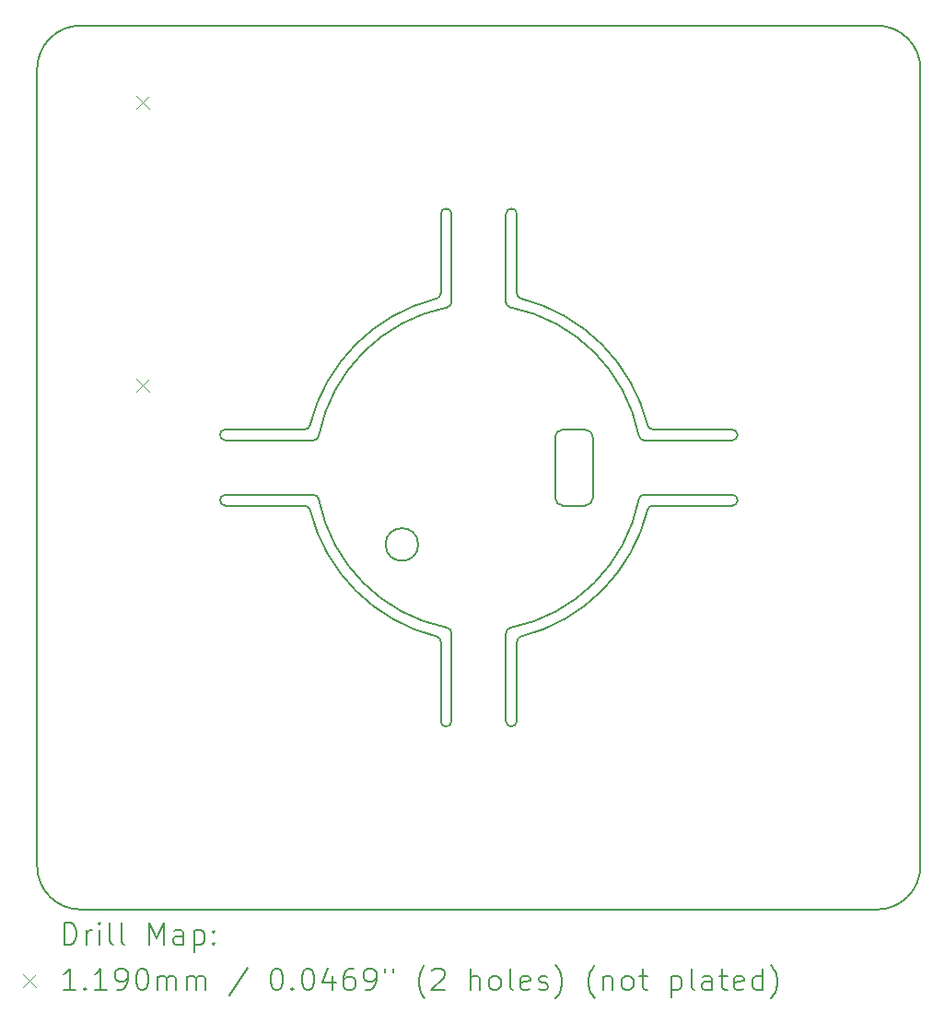
<source format=gbr>
%TF.GenerationSoftware,KiCad,Pcbnew,8.0.4*%
%TF.CreationDate,2024-09-02T15:53:17+01:00*%
%TF.ProjectId,algoritmi_foc,616c676f-7269-4746-9d69-5f666f632e6b,Andr_s Motta*%
%TF.SameCoordinates,Original*%
%TF.FileFunction,Drillmap*%
%TF.FilePolarity,Positive*%
%FSLAX45Y45*%
G04 Gerber Fmt 4.5, Leading zero omitted, Abs format (unit mm)*
G04 Created by KiCad (PCBNEW 8.0.4) date 2024-09-02 15:53:17*
%MOMM*%
%LPD*%
G01*
G04 APERTURE LIST*
%ADD10C,0.200000*%
%ADD11C,0.119000*%
G04 APERTURE END LIST*
D10*
X11311659Y-5419413D02*
G75*
G02*
X11263149Y-5381535I1J50003D01*
G01*
X10060878Y-8098433D02*
G75*
G02*
X9960878Y-8098433I-50000J0D01*
G01*
X9960878Y-3440393D02*
X9960878Y-4248723D01*
X10098756Y-4217141D02*
G75*
G02*
X10060875Y-4168632I12134J48521D01*
G01*
X6050878Y-1709413D02*
X13370878Y-1709413D01*
X12039897Y-6019413D02*
G75*
G02*
X12039897Y-6119407I3J-49997D01*
G01*
X9460878Y-4248723D02*
X9460878Y-3440393D01*
X8239242Y-5479091D02*
G75*
G02*
X9420555Y-4297778I1471635J-290322D01*
G01*
X10060878Y-7370194D02*
G75*
G02*
X10098755Y-7321682I50013J-6D01*
G01*
X8190187Y-6019413D02*
X7381858Y-6019413D01*
X9153771Y-6476520D02*
G75*
G02*
X8853771Y-6476520I-150000J0D01*
G01*
X8853771Y-6476520D02*
G75*
G02*
X9153771Y-6476520I150000J0D01*
G01*
X7381858Y-6119413D02*
G75*
G02*
X7381858Y-6019407I2J50003D01*
G01*
X8190187Y-6019413D02*
G75*
G02*
X8239234Y-6059737I3J-49987D01*
G01*
X9360878Y-3440393D02*
G75*
G02*
X9460878Y-3440393I50000J0D01*
G01*
X9420555Y-7241049D02*
G75*
G02*
X9460884Y-7290104I-9665J-49051D01*
G01*
X11182514Y-6059736D02*
G75*
G02*
X10001200Y-7241050I-1471637J290323D01*
G01*
X10760878Y-6044413D02*
G75*
G02*
X10685878Y-6119417I-74998J-7D01*
G01*
X10760878Y-6044413D02*
X10760878Y-5494413D01*
X8158605Y-5381535D02*
G75*
G02*
X9322999Y-4217141I1552272J-387878D01*
G01*
X10098756Y-4217141D02*
G75*
G02*
X11263149Y-5381535I-387876J-1552269D01*
G01*
X11263150Y-6157292D02*
G75*
G02*
X10098756Y-7321686I-1552272J387878D01*
G01*
X8239241Y-5479091D02*
G75*
G02*
X8190187Y-5519408I-49051J9681D01*
G01*
X9420555Y-7241049D02*
G75*
G02*
X8239241Y-6059736I290321J1471635D01*
G01*
X11231568Y-5519414D02*
G75*
G02*
X11182513Y-5479091I2J50004D01*
G01*
X9248878Y-9829413D02*
X6050878Y-9829413D01*
X9460878Y-4248723D02*
G75*
G02*
X9420556Y-4297783I-49998J-7D01*
G01*
X11263150Y-6157292D02*
G75*
G02*
X11311659Y-6119417I48510J-12128D01*
G01*
X10060878Y-4168632D02*
X10060878Y-3440393D01*
X5650878Y-2109413D02*
G75*
G02*
X6050878Y-1709414I399999J0D01*
G01*
X11182514Y-6059736D02*
G75*
G02*
X11231568Y-6019417I49056J-9684D01*
G01*
X11311659Y-6119413D02*
X12039897Y-6119413D01*
X9460878Y-8098433D02*
X9460878Y-7290104D01*
X9322999Y-7321686D02*
G75*
G02*
X9360883Y-7370194I-12109J-48504D01*
G01*
X12039897Y-6019413D02*
X11231568Y-6019413D01*
X8158605Y-5381535D02*
G75*
G02*
X8110097Y-5419407I-48505J12125D01*
G01*
X9460878Y-8098433D02*
G75*
G02*
X9360878Y-8098433I-50000J0D01*
G01*
X10485878Y-6119413D02*
G75*
G02*
X10410877Y-6044413I3J75003D01*
G01*
X10060878Y-8098433D02*
X10060878Y-7370194D01*
X13770878Y-2109413D02*
X13770878Y-9429413D01*
X9960878Y-3440393D02*
G75*
G02*
X10060878Y-3440393I50000J0D01*
G01*
X8110097Y-5419413D02*
X7381858Y-5419413D01*
X10001200Y-4297777D02*
G75*
G02*
X11182513Y-5479091I-290324J-1471637D01*
G01*
X11231568Y-5519413D02*
X12039897Y-5519413D01*
X9360878Y-3440393D02*
X9360878Y-4168632D01*
X13770878Y-9429413D02*
G75*
G02*
X13370878Y-9829418I-399998J-7D01*
G01*
X9322999Y-7321686D02*
G75*
G02*
X8158604Y-6157292I387881J1552276D01*
G01*
X9360878Y-4168632D02*
G75*
G02*
X9323000Y-4217146I-49998J-8D01*
G01*
X7381858Y-6119413D02*
X8110097Y-6119413D01*
X10685878Y-5419413D02*
X10485878Y-5419413D01*
X9960877Y-7290104D02*
G75*
G02*
X10001201Y-7241053I50003J-6D01*
G01*
X12039897Y-5419413D02*
G75*
G02*
X12039897Y-5519407I3J-49997D01*
G01*
X13370878Y-9829413D02*
X9248878Y-9829413D01*
X8110097Y-6119413D02*
G75*
G02*
X8158606Y-6157292I3J-49997D01*
G01*
X7381858Y-5519413D02*
X8190187Y-5519413D01*
X5650878Y-9429413D02*
X5650878Y-2109413D01*
X10685878Y-5419413D02*
G75*
G02*
X10760877Y-5494413I3J-74997D01*
G01*
X10485878Y-6119413D02*
X10685878Y-6119413D01*
X10001200Y-4297777D02*
G75*
G02*
X9960885Y-4248723I9690J49057D01*
G01*
X6050878Y-9829413D02*
G75*
G02*
X5650877Y-9429413I2J400003D01*
G01*
X9960878Y-7290104D02*
X9960878Y-8098433D01*
X9360878Y-7370194D02*
X9360878Y-8098433D01*
X10410878Y-5494413D02*
G75*
G02*
X10485878Y-5419418I75003J-7D01*
G01*
X13370878Y-1709413D02*
G75*
G02*
X13770877Y-2109413I2J-399997D01*
G01*
X10410878Y-5494413D02*
X10410878Y-6044413D01*
X12039897Y-5419413D02*
X11311659Y-5419413D01*
X7381858Y-5519413D02*
G75*
G02*
X7381858Y-5419407I2J50003D01*
G01*
D11*
X6563720Y-2351756D02*
X6682720Y-2470756D01*
X6682720Y-2351756D02*
X6563720Y-2470756D01*
X6563720Y-4951756D02*
X6682720Y-5070756D01*
X6682720Y-4951756D02*
X6563720Y-5070756D01*
D10*
X5901654Y-10150901D02*
X5901654Y-9950901D01*
X5901654Y-9950901D02*
X5949273Y-9950901D01*
X5949273Y-9950901D02*
X5977845Y-9960425D01*
X5977845Y-9960425D02*
X5996893Y-9979473D01*
X5996893Y-9979473D02*
X6006416Y-9998520D01*
X6006416Y-9998520D02*
X6015940Y-10036616D01*
X6015940Y-10036616D02*
X6015940Y-10065187D01*
X6015940Y-10065187D02*
X6006416Y-10103282D01*
X6006416Y-10103282D02*
X5996893Y-10122330D01*
X5996893Y-10122330D02*
X5977845Y-10141378D01*
X5977845Y-10141378D02*
X5949273Y-10150901D01*
X5949273Y-10150901D02*
X5901654Y-10150901D01*
X6101654Y-10150901D02*
X6101654Y-10017568D01*
X6101654Y-10055663D02*
X6111178Y-10036616D01*
X6111178Y-10036616D02*
X6120702Y-10027092D01*
X6120702Y-10027092D02*
X6139750Y-10017568D01*
X6139750Y-10017568D02*
X6158797Y-10017568D01*
X6225464Y-10150901D02*
X6225464Y-10017568D01*
X6225464Y-9950901D02*
X6215940Y-9960425D01*
X6215940Y-9960425D02*
X6225464Y-9969949D01*
X6225464Y-9969949D02*
X6234988Y-9960425D01*
X6234988Y-9960425D02*
X6225464Y-9950901D01*
X6225464Y-9950901D02*
X6225464Y-9969949D01*
X6349273Y-10150901D02*
X6330226Y-10141378D01*
X6330226Y-10141378D02*
X6320702Y-10122330D01*
X6320702Y-10122330D02*
X6320702Y-9950901D01*
X6454035Y-10150901D02*
X6434988Y-10141378D01*
X6434988Y-10141378D02*
X6425464Y-10122330D01*
X6425464Y-10122330D02*
X6425464Y-9950901D01*
X6682607Y-10150901D02*
X6682607Y-9950901D01*
X6682607Y-9950901D02*
X6749274Y-10093759D01*
X6749274Y-10093759D02*
X6815940Y-9950901D01*
X6815940Y-9950901D02*
X6815940Y-10150901D01*
X6996893Y-10150901D02*
X6996893Y-10046140D01*
X6996893Y-10046140D02*
X6987369Y-10027092D01*
X6987369Y-10027092D02*
X6968321Y-10017568D01*
X6968321Y-10017568D02*
X6930226Y-10017568D01*
X6930226Y-10017568D02*
X6911178Y-10027092D01*
X6996893Y-10141378D02*
X6977845Y-10150901D01*
X6977845Y-10150901D02*
X6930226Y-10150901D01*
X6930226Y-10150901D02*
X6911178Y-10141378D01*
X6911178Y-10141378D02*
X6901654Y-10122330D01*
X6901654Y-10122330D02*
X6901654Y-10103282D01*
X6901654Y-10103282D02*
X6911178Y-10084235D01*
X6911178Y-10084235D02*
X6930226Y-10074711D01*
X6930226Y-10074711D02*
X6977845Y-10074711D01*
X6977845Y-10074711D02*
X6996893Y-10065187D01*
X7092131Y-10017568D02*
X7092131Y-10217568D01*
X7092131Y-10027092D02*
X7111178Y-10017568D01*
X7111178Y-10017568D02*
X7149274Y-10017568D01*
X7149274Y-10017568D02*
X7168321Y-10027092D01*
X7168321Y-10027092D02*
X7177845Y-10036616D01*
X7177845Y-10036616D02*
X7187369Y-10055663D01*
X7187369Y-10055663D02*
X7187369Y-10112806D01*
X7187369Y-10112806D02*
X7177845Y-10131854D01*
X7177845Y-10131854D02*
X7168321Y-10141378D01*
X7168321Y-10141378D02*
X7149274Y-10150901D01*
X7149274Y-10150901D02*
X7111178Y-10150901D01*
X7111178Y-10150901D02*
X7092131Y-10141378D01*
X7273083Y-10131854D02*
X7282607Y-10141378D01*
X7282607Y-10141378D02*
X7273083Y-10150901D01*
X7273083Y-10150901D02*
X7263559Y-10141378D01*
X7263559Y-10141378D02*
X7273083Y-10131854D01*
X7273083Y-10131854D02*
X7273083Y-10150901D01*
X7273083Y-10027092D02*
X7282607Y-10036616D01*
X7282607Y-10036616D02*
X7273083Y-10046140D01*
X7273083Y-10046140D02*
X7263559Y-10036616D01*
X7263559Y-10036616D02*
X7273083Y-10027092D01*
X7273083Y-10027092D02*
X7273083Y-10046140D01*
D11*
X5521878Y-10419918D02*
X5640878Y-10538918D01*
X5640878Y-10419918D02*
X5521878Y-10538918D01*
D10*
X6006416Y-10570901D02*
X5892131Y-10570901D01*
X5949273Y-10570901D02*
X5949273Y-10370901D01*
X5949273Y-10370901D02*
X5930226Y-10399473D01*
X5930226Y-10399473D02*
X5911178Y-10418520D01*
X5911178Y-10418520D02*
X5892131Y-10428044D01*
X6092131Y-10551854D02*
X6101654Y-10561378D01*
X6101654Y-10561378D02*
X6092131Y-10570901D01*
X6092131Y-10570901D02*
X6082607Y-10561378D01*
X6082607Y-10561378D02*
X6092131Y-10551854D01*
X6092131Y-10551854D02*
X6092131Y-10570901D01*
X6292131Y-10570901D02*
X6177845Y-10570901D01*
X6234988Y-10570901D02*
X6234988Y-10370901D01*
X6234988Y-10370901D02*
X6215940Y-10399473D01*
X6215940Y-10399473D02*
X6196893Y-10418520D01*
X6196893Y-10418520D02*
X6177845Y-10428044D01*
X6387369Y-10570901D02*
X6425464Y-10570901D01*
X6425464Y-10570901D02*
X6444512Y-10561378D01*
X6444512Y-10561378D02*
X6454035Y-10551854D01*
X6454035Y-10551854D02*
X6473083Y-10523282D01*
X6473083Y-10523282D02*
X6482607Y-10485187D01*
X6482607Y-10485187D02*
X6482607Y-10408997D01*
X6482607Y-10408997D02*
X6473083Y-10389949D01*
X6473083Y-10389949D02*
X6463559Y-10380425D01*
X6463559Y-10380425D02*
X6444512Y-10370901D01*
X6444512Y-10370901D02*
X6406416Y-10370901D01*
X6406416Y-10370901D02*
X6387369Y-10380425D01*
X6387369Y-10380425D02*
X6377845Y-10389949D01*
X6377845Y-10389949D02*
X6368321Y-10408997D01*
X6368321Y-10408997D02*
X6368321Y-10456616D01*
X6368321Y-10456616D02*
X6377845Y-10475663D01*
X6377845Y-10475663D02*
X6387369Y-10485187D01*
X6387369Y-10485187D02*
X6406416Y-10494711D01*
X6406416Y-10494711D02*
X6444512Y-10494711D01*
X6444512Y-10494711D02*
X6463559Y-10485187D01*
X6463559Y-10485187D02*
X6473083Y-10475663D01*
X6473083Y-10475663D02*
X6482607Y-10456616D01*
X6606416Y-10370901D02*
X6625464Y-10370901D01*
X6625464Y-10370901D02*
X6644512Y-10380425D01*
X6644512Y-10380425D02*
X6654035Y-10389949D01*
X6654035Y-10389949D02*
X6663559Y-10408997D01*
X6663559Y-10408997D02*
X6673083Y-10447092D01*
X6673083Y-10447092D02*
X6673083Y-10494711D01*
X6673083Y-10494711D02*
X6663559Y-10532806D01*
X6663559Y-10532806D02*
X6654035Y-10551854D01*
X6654035Y-10551854D02*
X6644512Y-10561378D01*
X6644512Y-10561378D02*
X6625464Y-10570901D01*
X6625464Y-10570901D02*
X6606416Y-10570901D01*
X6606416Y-10570901D02*
X6587369Y-10561378D01*
X6587369Y-10561378D02*
X6577845Y-10551854D01*
X6577845Y-10551854D02*
X6568321Y-10532806D01*
X6568321Y-10532806D02*
X6558797Y-10494711D01*
X6558797Y-10494711D02*
X6558797Y-10447092D01*
X6558797Y-10447092D02*
X6568321Y-10408997D01*
X6568321Y-10408997D02*
X6577845Y-10389949D01*
X6577845Y-10389949D02*
X6587369Y-10380425D01*
X6587369Y-10380425D02*
X6606416Y-10370901D01*
X6758797Y-10570901D02*
X6758797Y-10437568D01*
X6758797Y-10456616D02*
X6768321Y-10447092D01*
X6768321Y-10447092D02*
X6787369Y-10437568D01*
X6787369Y-10437568D02*
X6815940Y-10437568D01*
X6815940Y-10437568D02*
X6834988Y-10447092D01*
X6834988Y-10447092D02*
X6844512Y-10466140D01*
X6844512Y-10466140D02*
X6844512Y-10570901D01*
X6844512Y-10466140D02*
X6854035Y-10447092D01*
X6854035Y-10447092D02*
X6873083Y-10437568D01*
X6873083Y-10437568D02*
X6901654Y-10437568D01*
X6901654Y-10437568D02*
X6920702Y-10447092D01*
X6920702Y-10447092D02*
X6930226Y-10466140D01*
X6930226Y-10466140D02*
X6930226Y-10570901D01*
X7025464Y-10570901D02*
X7025464Y-10437568D01*
X7025464Y-10456616D02*
X7034988Y-10447092D01*
X7034988Y-10447092D02*
X7054035Y-10437568D01*
X7054035Y-10437568D02*
X7082607Y-10437568D01*
X7082607Y-10437568D02*
X7101655Y-10447092D01*
X7101655Y-10447092D02*
X7111178Y-10466140D01*
X7111178Y-10466140D02*
X7111178Y-10570901D01*
X7111178Y-10466140D02*
X7120702Y-10447092D01*
X7120702Y-10447092D02*
X7139750Y-10437568D01*
X7139750Y-10437568D02*
X7168321Y-10437568D01*
X7168321Y-10437568D02*
X7187369Y-10447092D01*
X7187369Y-10447092D02*
X7196893Y-10466140D01*
X7196893Y-10466140D02*
X7196893Y-10570901D01*
X7587369Y-10361378D02*
X7415940Y-10618520D01*
X7844512Y-10370901D02*
X7863559Y-10370901D01*
X7863559Y-10370901D02*
X7882607Y-10380425D01*
X7882607Y-10380425D02*
X7892131Y-10389949D01*
X7892131Y-10389949D02*
X7901655Y-10408997D01*
X7901655Y-10408997D02*
X7911178Y-10447092D01*
X7911178Y-10447092D02*
X7911178Y-10494711D01*
X7911178Y-10494711D02*
X7901655Y-10532806D01*
X7901655Y-10532806D02*
X7892131Y-10551854D01*
X7892131Y-10551854D02*
X7882607Y-10561378D01*
X7882607Y-10561378D02*
X7863559Y-10570901D01*
X7863559Y-10570901D02*
X7844512Y-10570901D01*
X7844512Y-10570901D02*
X7825464Y-10561378D01*
X7825464Y-10561378D02*
X7815940Y-10551854D01*
X7815940Y-10551854D02*
X7806417Y-10532806D01*
X7806417Y-10532806D02*
X7796893Y-10494711D01*
X7796893Y-10494711D02*
X7796893Y-10447092D01*
X7796893Y-10447092D02*
X7806417Y-10408997D01*
X7806417Y-10408997D02*
X7815940Y-10389949D01*
X7815940Y-10389949D02*
X7825464Y-10380425D01*
X7825464Y-10380425D02*
X7844512Y-10370901D01*
X7996893Y-10551854D02*
X8006417Y-10561378D01*
X8006417Y-10561378D02*
X7996893Y-10570901D01*
X7996893Y-10570901D02*
X7987369Y-10561378D01*
X7987369Y-10561378D02*
X7996893Y-10551854D01*
X7996893Y-10551854D02*
X7996893Y-10570901D01*
X8130226Y-10370901D02*
X8149274Y-10370901D01*
X8149274Y-10370901D02*
X8168321Y-10380425D01*
X8168321Y-10380425D02*
X8177845Y-10389949D01*
X8177845Y-10389949D02*
X8187369Y-10408997D01*
X8187369Y-10408997D02*
X8196893Y-10447092D01*
X8196893Y-10447092D02*
X8196893Y-10494711D01*
X8196893Y-10494711D02*
X8187369Y-10532806D01*
X8187369Y-10532806D02*
X8177845Y-10551854D01*
X8177845Y-10551854D02*
X8168321Y-10561378D01*
X8168321Y-10561378D02*
X8149274Y-10570901D01*
X8149274Y-10570901D02*
X8130226Y-10570901D01*
X8130226Y-10570901D02*
X8111178Y-10561378D01*
X8111178Y-10561378D02*
X8101655Y-10551854D01*
X8101655Y-10551854D02*
X8092131Y-10532806D01*
X8092131Y-10532806D02*
X8082607Y-10494711D01*
X8082607Y-10494711D02*
X8082607Y-10447092D01*
X8082607Y-10447092D02*
X8092131Y-10408997D01*
X8092131Y-10408997D02*
X8101655Y-10389949D01*
X8101655Y-10389949D02*
X8111178Y-10380425D01*
X8111178Y-10380425D02*
X8130226Y-10370901D01*
X8368321Y-10437568D02*
X8368321Y-10570901D01*
X8320702Y-10361378D02*
X8273083Y-10504235D01*
X8273083Y-10504235D02*
X8396893Y-10504235D01*
X8558798Y-10370901D02*
X8520702Y-10370901D01*
X8520702Y-10370901D02*
X8501655Y-10380425D01*
X8501655Y-10380425D02*
X8492131Y-10389949D01*
X8492131Y-10389949D02*
X8473083Y-10418520D01*
X8473083Y-10418520D02*
X8463560Y-10456616D01*
X8463560Y-10456616D02*
X8463560Y-10532806D01*
X8463560Y-10532806D02*
X8473083Y-10551854D01*
X8473083Y-10551854D02*
X8482607Y-10561378D01*
X8482607Y-10561378D02*
X8501655Y-10570901D01*
X8501655Y-10570901D02*
X8539750Y-10570901D01*
X8539750Y-10570901D02*
X8558798Y-10561378D01*
X8558798Y-10561378D02*
X8568321Y-10551854D01*
X8568321Y-10551854D02*
X8577845Y-10532806D01*
X8577845Y-10532806D02*
X8577845Y-10485187D01*
X8577845Y-10485187D02*
X8568321Y-10466140D01*
X8568321Y-10466140D02*
X8558798Y-10456616D01*
X8558798Y-10456616D02*
X8539750Y-10447092D01*
X8539750Y-10447092D02*
X8501655Y-10447092D01*
X8501655Y-10447092D02*
X8482607Y-10456616D01*
X8482607Y-10456616D02*
X8473083Y-10466140D01*
X8473083Y-10466140D02*
X8463560Y-10485187D01*
X8673083Y-10570901D02*
X8711179Y-10570901D01*
X8711179Y-10570901D02*
X8730226Y-10561378D01*
X8730226Y-10561378D02*
X8739750Y-10551854D01*
X8739750Y-10551854D02*
X8758798Y-10523282D01*
X8758798Y-10523282D02*
X8768321Y-10485187D01*
X8768321Y-10485187D02*
X8768321Y-10408997D01*
X8768321Y-10408997D02*
X8758798Y-10389949D01*
X8758798Y-10389949D02*
X8749274Y-10380425D01*
X8749274Y-10380425D02*
X8730226Y-10370901D01*
X8730226Y-10370901D02*
X8692131Y-10370901D01*
X8692131Y-10370901D02*
X8673083Y-10380425D01*
X8673083Y-10380425D02*
X8663560Y-10389949D01*
X8663560Y-10389949D02*
X8654036Y-10408997D01*
X8654036Y-10408997D02*
X8654036Y-10456616D01*
X8654036Y-10456616D02*
X8663560Y-10475663D01*
X8663560Y-10475663D02*
X8673083Y-10485187D01*
X8673083Y-10485187D02*
X8692131Y-10494711D01*
X8692131Y-10494711D02*
X8730226Y-10494711D01*
X8730226Y-10494711D02*
X8749274Y-10485187D01*
X8749274Y-10485187D02*
X8758798Y-10475663D01*
X8758798Y-10475663D02*
X8768321Y-10456616D01*
X8844512Y-10370901D02*
X8844512Y-10408997D01*
X8920702Y-10370901D02*
X8920702Y-10408997D01*
X9215941Y-10647092D02*
X9206417Y-10637568D01*
X9206417Y-10637568D02*
X9187369Y-10608997D01*
X9187369Y-10608997D02*
X9177845Y-10589949D01*
X9177845Y-10589949D02*
X9168322Y-10561378D01*
X9168322Y-10561378D02*
X9158798Y-10513759D01*
X9158798Y-10513759D02*
X9158798Y-10475663D01*
X9158798Y-10475663D02*
X9168322Y-10428044D01*
X9168322Y-10428044D02*
X9177845Y-10399473D01*
X9177845Y-10399473D02*
X9187369Y-10380425D01*
X9187369Y-10380425D02*
X9206417Y-10351854D01*
X9206417Y-10351854D02*
X9215941Y-10342330D01*
X9282607Y-10389949D02*
X9292131Y-10380425D01*
X9292131Y-10380425D02*
X9311179Y-10370901D01*
X9311179Y-10370901D02*
X9358798Y-10370901D01*
X9358798Y-10370901D02*
X9377845Y-10380425D01*
X9377845Y-10380425D02*
X9387369Y-10389949D01*
X9387369Y-10389949D02*
X9396893Y-10408997D01*
X9396893Y-10408997D02*
X9396893Y-10428044D01*
X9396893Y-10428044D02*
X9387369Y-10456616D01*
X9387369Y-10456616D02*
X9273083Y-10570901D01*
X9273083Y-10570901D02*
X9396893Y-10570901D01*
X9634988Y-10570901D02*
X9634988Y-10370901D01*
X9720703Y-10570901D02*
X9720703Y-10466140D01*
X9720703Y-10466140D02*
X9711179Y-10447092D01*
X9711179Y-10447092D02*
X9692131Y-10437568D01*
X9692131Y-10437568D02*
X9663560Y-10437568D01*
X9663560Y-10437568D02*
X9644512Y-10447092D01*
X9644512Y-10447092D02*
X9634988Y-10456616D01*
X9844512Y-10570901D02*
X9825464Y-10561378D01*
X9825464Y-10561378D02*
X9815941Y-10551854D01*
X9815941Y-10551854D02*
X9806417Y-10532806D01*
X9806417Y-10532806D02*
X9806417Y-10475663D01*
X9806417Y-10475663D02*
X9815941Y-10456616D01*
X9815941Y-10456616D02*
X9825464Y-10447092D01*
X9825464Y-10447092D02*
X9844512Y-10437568D01*
X9844512Y-10437568D02*
X9873084Y-10437568D01*
X9873084Y-10437568D02*
X9892131Y-10447092D01*
X9892131Y-10447092D02*
X9901655Y-10456616D01*
X9901655Y-10456616D02*
X9911179Y-10475663D01*
X9911179Y-10475663D02*
X9911179Y-10532806D01*
X9911179Y-10532806D02*
X9901655Y-10551854D01*
X9901655Y-10551854D02*
X9892131Y-10561378D01*
X9892131Y-10561378D02*
X9873084Y-10570901D01*
X9873084Y-10570901D02*
X9844512Y-10570901D01*
X10025464Y-10570901D02*
X10006417Y-10561378D01*
X10006417Y-10561378D02*
X9996893Y-10542330D01*
X9996893Y-10542330D02*
X9996893Y-10370901D01*
X10177845Y-10561378D02*
X10158798Y-10570901D01*
X10158798Y-10570901D02*
X10120703Y-10570901D01*
X10120703Y-10570901D02*
X10101655Y-10561378D01*
X10101655Y-10561378D02*
X10092131Y-10542330D01*
X10092131Y-10542330D02*
X10092131Y-10466140D01*
X10092131Y-10466140D02*
X10101655Y-10447092D01*
X10101655Y-10447092D02*
X10120703Y-10437568D01*
X10120703Y-10437568D02*
X10158798Y-10437568D01*
X10158798Y-10437568D02*
X10177845Y-10447092D01*
X10177845Y-10447092D02*
X10187369Y-10466140D01*
X10187369Y-10466140D02*
X10187369Y-10485187D01*
X10187369Y-10485187D02*
X10092131Y-10504235D01*
X10263560Y-10561378D02*
X10282607Y-10570901D01*
X10282607Y-10570901D02*
X10320703Y-10570901D01*
X10320703Y-10570901D02*
X10339750Y-10561378D01*
X10339750Y-10561378D02*
X10349274Y-10542330D01*
X10349274Y-10542330D02*
X10349274Y-10532806D01*
X10349274Y-10532806D02*
X10339750Y-10513759D01*
X10339750Y-10513759D02*
X10320703Y-10504235D01*
X10320703Y-10504235D02*
X10292131Y-10504235D01*
X10292131Y-10504235D02*
X10273084Y-10494711D01*
X10273084Y-10494711D02*
X10263560Y-10475663D01*
X10263560Y-10475663D02*
X10263560Y-10466140D01*
X10263560Y-10466140D02*
X10273084Y-10447092D01*
X10273084Y-10447092D02*
X10292131Y-10437568D01*
X10292131Y-10437568D02*
X10320703Y-10437568D01*
X10320703Y-10437568D02*
X10339750Y-10447092D01*
X10415941Y-10647092D02*
X10425465Y-10637568D01*
X10425465Y-10637568D02*
X10444512Y-10608997D01*
X10444512Y-10608997D02*
X10454036Y-10589949D01*
X10454036Y-10589949D02*
X10463560Y-10561378D01*
X10463560Y-10561378D02*
X10473084Y-10513759D01*
X10473084Y-10513759D02*
X10473084Y-10475663D01*
X10473084Y-10475663D02*
X10463560Y-10428044D01*
X10463560Y-10428044D02*
X10454036Y-10399473D01*
X10454036Y-10399473D02*
X10444512Y-10380425D01*
X10444512Y-10380425D02*
X10425465Y-10351854D01*
X10425465Y-10351854D02*
X10415941Y-10342330D01*
X10777846Y-10647092D02*
X10768322Y-10637568D01*
X10768322Y-10637568D02*
X10749274Y-10608997D01*
X10749274Y-10608997D02*
X10739750Y-10589949D01*
X10739750Y-10589949D02*
X10730226Y-10561378D01*
X10730226Y-10561378D02*
X10720703Y-10513759D01*
X10720703Y-10513759D02*
X10720703Y-10475663D01*
X10720703Y-10475663D02*
X10730226Y-10428044D01*
X10730226Y-10428044D02*
X10739750Y-10399473D01*
X10739750Y-10399473D02*
X10749274Y-10380425D01*
X10749274Y-10380425D02*
X10768322Y-10351854D01*
X10768322Y-10351854D02*
X10777846Y-10342330D01*
X10854036Y-10437568D02*
X10854036Y-10570901D01*
X10854036Y-10456616D02*
X10863560Y-10447092D01*
X10863560Y-10447092D02*
X10882607Y-10437568D01*
X10882607Y-10437568D02*
X10911179Y-10437568D01*
X10911179Y-10437568D02*
X10930226Y-10447092D01*
X10930226Y-10447092D02*
X10939750Y-10466140D01*
X10939750Y-10466140D02*
X10939750Y-10570901D01*
X11063560Y-10570901D02*
X11044512Y-10561378D01*
X11044512Y-10561378D02*
X11034988Y-10551854D01*
X11034988Y-10551854D02*
X11025465Y-10532806D01*
X11025465Y-10532806D02*
X11025465Y-10475663D01*
X11025465Y-10475663D02*
X11034988Y-10456616D01*
X11034988Y-10456616D02*
X11044512Y-10447092D01*
X11044512Y-10447092D02*
X11063560Y-10437568D01*
X11063560Y-10437568D02*
X11092131Y-10437568D01*
X11092131Y-10437568D02*
X11111179Y-10447092D01*
X11111179Y-10447092D02*
X11120703Y-10456616D01*
X11120703Y-10456616D02*
X11130226Y-10475663D01*
X11130226Y-10475663D02*
X11130226Y-10532806D01*
X11130226Y-10532806D02*
X11120703Y-10551854D01*
X11120703Y-10551854D02*
X11111179Y-10561378D01*
X11111179Y-10561378D02*
X11092131Y-10570901D01*
X11092131Y-10570901D02*
X11063560Y-10570901D01*
X11187369Y-10437568D02*
X11263560Y-10437568D01*
X11215941Y-10370901D02*
X11215941Y-10542330D01*
X11215941Y-10542330D02*
X11225464Y-10561378D01*
X11225464Y-10561378D02*
X11244512Y-10570901D01*
X11244512Y-10570901D02*
X11263560Y-10570901D01*
X11482607Y-10437568D02*
X11482607Y-10637568D01*
X11482607Y-10447092D02*
X11501655Y-10437568D01*
X11501655Y-10437568D02*
X11539750Y-10437568D01*
X11539750Y-10437568D02*
X11558798Y-10447092D01*
X11558798Y-10447092D02*
X11568322Y-10456616D01*
X11568322Y-10456616D02*
X11577845Y-10475663D01*
X11577845Y-10475663D02*
X11577845Y-10532806D01*
X11577845Y-10532806D02*
X11568322Y-10551854D01*
X11568322Y-10551854D02*
X11558798Y-10561378D01*
X11558798Y-10561378D02*
X11539750Y-10570901D01*
X11539750Y-10570901D02*
X11501655Y-10570901D01*
X11501655Y-10570901D02*
X11482607Y-10561378D01*
X11692131Y-10570901D02*
X11673084Y-10561378D01*
X11673084Y-10561378D02*
X11663560Y-10542330D01*
X11663560Y-10542330D02*
X11663560Y-10370901D01*
X11854036Y-10570901D02*
X11854036Y-10466140D01*
X11854036Y-10466140D02*
X11844512Y-10447092D01*
X11844512Y-10447092D02*
X11825465Y-10437568D01*
X11825465Y-10437568D02*
X11787369Y-10437568D01*
X11787369Y-10437568D02*
X11768322Y-10447092D01*
X11854036Y-10561378D02*
X11834988Y-10570901D01*
X11834988Y-10570901D02*
X11787369Y-10570901D01*
X11787369Y-10570901D02*
X11768322Y-10561378D01*
X11768322Y-10561378D02*
X11758798Y-10542330D01*
X11758798Y-10542330D02*
X11758798Y-10523282D01*
X11758798Y-10523282D02*
X11768322Y-10504235D01*
X11768322Y-10504235D02*
X11787369Y-10494711D01*
X11787369Y-10494711D02*
X11834988Y-10494711D01*
X11834988Y-10494711D02*
X11854036Y-10485187D01*
X11920703Y-10437568D02*
X11996893Y-10437568D01*
X11949274Y-10370901D02*
X11949274Y-10542330D01*
X11949274Y-10542330D02*
X11958798Y-10561378D01*
X11958798Y-10561378D02*
X11977845Y-10570901D01*
X11977845Y-10570901D02*
X11996893Y-10570901D01*
X12139750Y-10561378D02*
X12120703Y-10570901D01*
X12120703Y-10570901D02*
X12082607Y-10570901D01*
X12082607Y-10570901D02*
X12063560Y-10561378D01*
X12063560Y-10561378D02*
X12054036Y-10542330D01*
X12054036Y-10542330D02*
X12054036Y-10466140D01*
X12054036Y-10466140D02*
X12063560Y-10447092D01*
X12063560Y-10447092D02*
X12082607Y-10437568D01*
X12082607Y-10437568D02*
X12120703Y-10437568D01*
X12120703Y-10437568D02*
X12139750Y-10447092D01*
X12139750Y-10447092D02*
X12149274Y-10466140D01*
X12149274Y-10466140D02*
X12149274Y-10485187D01*
X12149274Y-10485187D02*
X12054036Y-10504235D01*
X12320703Y-10570901D02*
X12320703Y-10370901D01*
X12320703Y-10561378D02*
X12301655Y-10570901D01*
X12301655Y-10570901D02*
X12263560Y-10570901D01*
X12263560Y-10570901D02*
X12244512Y-10561378D01*
X12244512Y-10561378D02*
X12234988Y-10551854D01*
X12234988Y-10551854D02*
X12225465Y-10532806D01*
X12225465Y-10532806D02*
X12225465Y-10475663D01*
X12225465Y-10475663D02*
X12234988Y-10456616D01*
X12234988Y-10456616D02*
X12244512Y-10447092D01*
X12244512Y-10447092D02*
X12263560Y-10437568D01*
X12263560Y-10437568D02*
X12301655Y-10437568D01*
X12301655Y-10437568D02*
X12320703Y-10447092D01*
X12396893Y-10647092D02*
X12406417Y-10637568D01*
X12406417Y-10637568D02*
X12425465Y-10608997D01*
X12425465Y-10608997D02*
X12434988Y-10589949D01*
X12434988Y-10589949D02*
X12444512Y-10561378D01*
X12444512Y-10561378D02*
X12454036Y-10513759D01*
X12454036Y-10513759D02*
X12454036Y-10475663D01*
X12454036Y-10475663D02*
X12444512Y-10428044D01*
X12444512Y-10428044D02*
X12434988Y-10399473D01*
X12434988Y-10399473D02*
X12425465Y-10380425D01*
X12425465Y-10380425D02*
X12406417Y-10351854D01*
X12406417Y-10351854D02*
X12396893Y-10342330D01*
M02*

</source>
